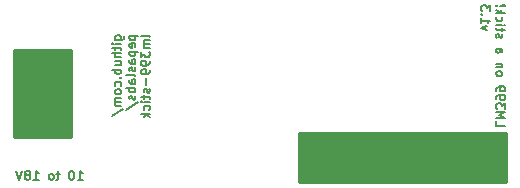
<source format=gbo>
G04 (created by PCBNEW (2013-07-07 BZR 4022)-stable) date Fri 26 Aug 2022 02:56:40 AM CDT*
%MOIN*%
G04 Gerber Fmt 3.4, Leading zero omitted, Abs format*
%FSLAX34Y34*%
G01*
G70*
G90*
G04 APERTURE LIST*
%ADD10C,0.00590551*%
%ADD11C,0.006*%
%ADD12C,0.01*%
G04 APERTURE END LIST*
G54D10*
G54D11*
X81328Y-54399D02*
X81128Y-54328D01*
X81328Y-54257D01*
X81128Y-53985D02*
X81128Y-54157D01*
X81128Y-54071D02*
X81428Y-54071D01*
X81385Y-54099D01*
X81357Y-54128D01*
X81342Y-54157D01*
X81157Y-53857D02*
X81142Y-53842D01*
X81128Y-53857D01*
X81142Y-53871D01*
X81157Y-53857D01*
X81128Y-53857D01*
X81428Y-53742D02*
X81428Y-53557D01*
X81314Y-53657D01*
X81314Y-53614D01*
X81300Y-53585D01*
X81285Y-53571D01*
X81257Y-53557D01*
X81185Y-53557D01*
X81157Y-53571D01*
X81142Y-53585D01*
X81128Y-53614D01*
X81128Y-53700D01*
X81142Y-53728D01*
X81157Y-53742D01*
X67671Y-59371D02*
X67842Y-59371D01*
X67757Y-59371D02*
X67757Y-59071D01*
X67785Y-59114D01*
X67814Y-59142D01*
X67842Y-59157D01*
X67485Y-59071D02*
X67457Y-59071D01*
X67428Y-59085D01*
X67414Y-59100D01*
X67399Y-59128D01*
X67385Y-59185D01*
X67385Y-59257D01*
X67399Y-59314D01*
X67414Y-59342D01*
X67428Y-59357D01*
X67457Y-59371D01*
X67485Y-59371D01*
X67514Y-59357D01*
X67528Y-59342D01*
X67542Y-59314D01*
X67557Y-59257D01*
X67557Y-59185D01*
X67542Y-59128D01*
X67528Y-59100D01*
X67514Y-59085D01*
X67485Y-59071D01*
X67071Y-59171D02*
X66957Y-59171D01*
X67028Y-59071D02*
X67028Y-59328D01*
X67014Y-59357D01*
X66985Y-59371D01*
X66957Y-59371D01*
X66814Y-59371D02*
X66842Y-59357D01*
X66857Y-59342D01*
X66871Y-59314D01*
X66871Y-59228D01*
X66857Y-59200D01*
X66842Y-59185D01*
X66814Y-59171D01*
X66771Y-59171D01*
X66742Y-59185D01*
X66728Y-59200D01*
X66714Y-59228D01*
X66714Y-59314D01*
X66728Y-59342D01*
X66742Y-59357D01*
X66771Y-59371D01*
X66814Y-59371D01*
X66200Y-59371D02*
X66371Y-59371D01*
X66285Y-59371D02*
X66285Y-59071D01*
X66314Y-59114D01*
X66342Y-59142D01*
X66371Y-59157D01*
X66028Y-59200D02*
X66057Y-59185D01*
X66071Y-59171D01*
X66085Y-59142D01*
X66085Y-59128D01*
X66071Y-59100D01*
X66057Y-59085D01*
X66028Y-59071D01*
X65971Y-59071D01*
X65942Y-59085D01*
X65928Y-59100D01*
X65914Y-59128D01*
X65914Y-59142D01*
X65928Y-59171D01*
X65942Y-59185D01*
X65971Y-59200D01*
X66028Y-59200D01*
X66057Y-59214D01*
X66071Y-59228D01*
X66085Y-59257D01*
X66085Y-59314D01*
X66071Y-59342D01*
X66057Y-59357D01*
X66028Y-59371D01*
X65971Y-59371D01*
X65942Y-59357D01*
X65928Y-59342D01*
X65914Y-59314D01*
X65914Y-59257D01*
X65928Y-59228D01*
X65942Y-59214D01*
X65971Y-59200D01*
X65828Y-59071D02*
X65728Y-59371D01*
X65628Y-59071D01*
X81628Y-57428D02*
X81628Y-57571D01*
X81928Y-57571D01*
X81628Y-57328D02*
X81928Y-57328D01*
X81714Y-57228D01*
X81928Y-57128D01*
X81628Y-57128D01*
X81928Y-57014D02*
X81928Y-56828D01*
X81814Y-56928D01*
X81814Y-56885D01*
X81800Y-56857D01*
X81785Y-56842D01*
X81757Y-56828D01*
X81685Y-56828D01*
X81657Y-56842D01*
X81642Y-56857D01*
X81628Y-56885D01*
X81628Y-56971D01*
X81642Y-56999D01*
X81657Y-57014D01*
X81628Y-56685D02*
X81628Y-56628D01*
X81642Y-56599D01*
X81657Y-56585D01*
X81700Y-56557D01*
X81757Y-56542D01*
X81871Y-56542D01*
X81900Y-56557D01*
X81914Y-56571D01*
X81928Y-56599D01*
X81928Y-56657D01*
X81914Y-56685D01*
X81900Y-56699D01*
X81871Y-56714D01*
X81800Y-56714D01*
X81771Y-56699D01*
X81757Y-56685D01*
X81742Y-56657D01*
X81742Y-56599D01*
X81757Y-56571D01*
X81771Y-56557D01*
X81800Y-56542D01*
X81628Y-56400D02*
X81628Y-56342D01*
X81642Y-56314D01*
X81657Y-56300D01*
X81700Y-56271D01*
X81757Y-56257D01*
X81871Y-56257D01*
X81900Y-56271D01*
X81914Y-56285D01*
X81928Y-56314D01*
X81928Y-56371D01*
X81914Y-56400D01*
X81900Y-56414D01*
X81871Y-56428D01*
X81800Y-56428D01*
X81771Y-56414D01*
X81757Y-56400D01*
X81742Y-56371D01*
X81742Y-56314D01*
X81757Y-56285D01*
X81771Y-56271D01*
X81800Y-56257D01*
X81628Y-55857D02*
X81642Y-55885D01*
X81657Y-55900D01*
X81685Y-55914D01*
X81771Y-55914D01*
X81800Y-55900D01*
X81814Y-55885D01*
X81828Y-55857D01*
X81828Y-55814D01*
X81814Y-55785D01*
X81800Y-55771D01*
X81771Y-55757D01*
X81685Y-55757D01*
X81657Y-55771D01*
X81642Y-55785D01*
X81628Y-55814D01*
X81628Y-55857D01*
X81828Y-55628D02*
X81628Y-55628D01*
X81800Y-55628D02*
X81814Y-55614D01*
X81828Y-55585D01*
X81828Y-55542D01*
X81814Y-55514D01*
X81785Y-55500D01*
X81628Y-55500D01*
X81628Y-55000D02*
X81785Y-55000D01*
X81814Y-55014D01*
X81828Y-55042D01*
X81828Y-55100D01*
X81814Y-55128D01*
X81642Y-55000D02*
X81628Y-55028D01*
X81628Y-55100D01*
X81642Y-55128D01*
X81671Y-55142D01*
X81700Y-55142D01*
X81728Y-55128D01*
X81742Y-55100D01*
X81742Y-55028D01*
X81757Y-55000D01*
X81642Y-54642D02*
X81628Y-54614D01*
X81628Y-54557D01*
X81642Y-54528D01*
X81671Y-54514D01*
X81685Y-54514D01*
X81714Y-54528D01*
X81728Y-54557D01*
X81728Y-54600D01*
X81742Y-54628D01*
X81771Y-54642D01*
X81785Y-54642D01*
X81814Y-54628D01*
X81828Y-54600D01*
X81828Y-54557D01*
X81814Y-54528D01*
X81828Y-54428D02*
X81828Y-54314D01*
X81928Y-54385D02*
X81671Y-54385D01*
X81642Y-54371D01*
X81628Y-54342D01*
X81628Y-54314D01*
X81628Y-54214D02*
X81828Y-54214D01*
X81928Y-54214D02*
X81914Y-54228D01*
X81900Y-54214D01*
X81914Y-54200D01*
X81928Y-54214D01*
X81900Y-54214D01*
X81642Y-53942D02*
X81628Y-53971D01*
X81628Y-54028D01*
X81642Y-54057D01*
X81657Y-54071D01*
X81685Y-54085D01*
X81771Y-54085D01*
X81800Y-54071D01*
X81814Y-54057D01*
X81828Y-54028D01*
X81828Y-53971D01*
X81814Y-53942D01*
X81628Y-53814D02*
X81928Y-53814D01*
X81742Y-53785D02*
X81628Y-53700D01*
X81828Y-53700D02*
X81714Y-53814D01*
X81657Y-53571D02*
X81642Y-53557D01*
X81628Y-53571D01*
X81642Y-53585D01*
X81657Y-53571D01*
X81628Y-53571D01*
X81742Y-53571D02*
X81914Y-53585D01*
X81928Y-53571D01*
X81914Y-53557D01*
X81742Y-53571D01*
X81928Y-53571D01*
X68921Y-54700D02*
X69164Y-54700D01*
X69192Y-54685D01*
X69207Y-54671D01*
X69221Y-54642D01*
X69221Y-54600D01*
X69207Y-54571D01*
X69107Y-54700D02*
X69121Y-54671D01*
X69121Y-54614D01*
X69107Y-54585D01*
X69092Y-54571D01*
X69064Y-54557D01*
X68978Y-54557D01*
X68950Y-54571D01*
X68935Y-54585D01*
X68921Y-54614D01*
X68921Y-54671D01*
X68935Y-54700D01*
X69121Y-54842D02*
X68921Y-54842D01*
X68821Y-54842D02*
X68835Y-54828D01*
X68850Y-54842D01*
X68835Y-54857D01*
X68821Y-54842D01*
X68850Y-54842D01*
X68921Y-54942D02*
X68921Y-55057D01*
X68821Y-54985D02*
X69078Y-54985D01*
X69107Y-55000D01*
X69121Y-55028D01*
X69121Y-55057D01*
X69121Y-55157D02*
X68821Y-55157D01*
X69121Y-55285D02*
X68964Y-55285D01*
X68935Y-55271D01*
X68921Y-55242D01*
X68921Y-55200D01*
X68935Y-55171D01*
X68950Y-55157D01*
X68921Y-55557D02*
X69121Y-55557D01*
X68921Y-55428D02*
X69078Y-55428D01*
X69107Y-55442D01*
X69121Y-55471D01*
X69121Y-55514D01*
X69107Y-55542D01*
X69092Y-55557D01*
X69121Y-55700D02*
X68821Y-55700D01*
X68935Y-55700D02*
X68921Y-55728D01*
X68921Y-55785D01*
X68935Y-55814D01*
X68950Y-55828D01*
X68978Y-55842D01*
X69064Y-55842D01*
X69092Y-55828D01*
X69107Y-55814D01*
X69121Y-55785D01*
X69121Y-55728D01*
X69107Y-55700D01*
X69092Y-55971D02*
X69107Y-55985D01*
X69121Y-55971D01*
X69107Y-55957D01*
X69092Y-55971D01*
X69121Y-55971D01*
X69107Y-56242D02*
X69121Y-56214D01*
X69121Y-56157D01*
X69107Y-56128D01*
X69092Y-56114D01*
X69064Y-56100D01*
X68978Y-56100D01*
X68950Y-56114D01*
X68935Y-56128D01*
X68921Y-56157D01*
X68921Y-56214D01*
X68935Y-56242D01*
X69121Y-56414D02*
X69107Y-56385D01*
X69092Y-56371D01*
X69064Y-56357D01*
X68978Y-56357D01*
X68950Y-56371D01*
X68935Y-56385D01*
X68921Y-56414D01*
X68921Y-56457D01*
X68935Y-56485D01*
X68950Y-56500D01*
X68978Y-56514D01*
X69064Y-56514D01*
X69092Y-56500D01*
X69107Y-56485D01*
X69121Y-56457D01*
X69121Y-56414D01*
X69121Y-56642D02*
X68921Y-56642D01*
X68950Y-56642D02*
X68935Y-56657D01*
X68921Y-56685D01*
X68921Y-56728D01*
X68935Y-56757D01*
X68964Y-56771D01*
X69121Y-56771D01*
X68964Y-56771D02*
X68935Y-56785D01*
X68921Y-56814D01*
X68921Y-56857D01*
X68935Y-56885D01*
X68964Y-56900D01*
X69121Y-56900D01*
X68807Y-57257D02*
X69192Y-57000D01*
X69401Y-54571D02*
X69701Y-54571D01*
X69415Y-54571D02*
X69401Y-54600D01*
X69401Y-54657D01*
X69415Y-54685D01*
X69430Y-54700D01*
X69458Y-54714D01*
X69544Y-54714D01*
X69572Y-54700D01*
X69587Y-54685D01*
X69601Y-54657D01*
X69601Y-54600D01*
X69587Y-54571D01*
X69587Y-54957D02*
X69601Y-54928D01*
X69601Y-54871D01*
X69587Y-54842D01*
X69558Y-54828D01*
X69444Y-54828D01*
X69415Y-54842D01*
X69401Y-54871D01*
X69401Y-54928D01*
X69415Y-54957D01*
X69444Y-54971D01*
X69472Y-54971D01*
X69501Y-54828D01*
X69401Y-55100D02*
X69701Y-55100D01*
X69415Y-55100D02*
X69401Y-55128D01*
X69401Y-55185D01*
X69415Y-55214D01*
X69430Y-55228D01*
X69458Y-55242D01*
X69544Y-55242D01*
X69572Y-55228D01*
X69587Y-55214D01*
X69601Y-55185D01*
X69601Y-55128D01*
X69587Y-55100D01*
X69601Y-55500D02*
X69444Y-55500D01*
X69415Y-55485D01*
X69401Y-55457D01*
X69401Y-55400D01*
X69415Y-55371D01*
X69587Y-55500D02*
X69601Y-55471D01*
X69601Y-55400D01*
X69587Y-55371D01*
X69558Y-55357D01*
X69530Y-55357D01*
X69501Y-55371D01*
X69487Y-55400D01*
X69487Y-55471D01*
X69472Y-55500D01*
X69587Y-55628D02*
X69601Y-55657D01*
X69601Y-55714D01*
X69587Y-55742D01*
X69558Y-55757D01*
X69544Y-55757D01*
X69515Y-55742D01*
X69501Y-55714D01*
X69501Y-55671D01*
X69487Y-55642D01*
X69458Y-55628D01*
X69444Y-55628D01*
X69415Y-55642D01*
X69401Y-55671D01*
X69401Y-55714D01*
X69415Y-55742D01*
X69601Y-55928D02*
X69587Y-55900D01*
X69558Y-55885D01*
X69301Y-55885D01*
X69601Y-56171D02*
X69444Y-56171D01*
X69415Y-56157D01*
X69401Y-56128D01*
X69401Y-56071D01*
X69415Y-56042D01*
X69587Y-56171D02*
X69601Y-56142D01*
X69601Y-56071D01*
X69587Y-56042D01*
X69558Y-56028D01*
X69530Y-56028D01*
X69501Y-56042D01*
X69487Y-56071D01*
X69487Y-56142D01*
X69472Y-56171D01*
X69601Y-56314D02*
X69301Y-56314D01*
X69415Y-56314D02*
X69401Y-56342D01*
X69401Y-56400D01*
X69415Y-56428D01*
X69430Y-56442D01*
X69458Y-56457D01*
X69544Y-56457D01*
X69572Y-56442D01*
X69587Y-56428D01*
X69601Y-56400D01*
X69601Y-56342D01*
X69587Y-56314D01*
X69587Y-56571D02*
X69601Y-56600D01*
X69601Y-56657D01*
X69587Y-56685D01*
X69558Y-56700D01*
X69544Y-56700D01*
X69515Y-56685D01*
X69501Y-56657D01*
X69501Y-56614D01*
X69487Y-56585D01*
X69458Y-56571D01*
X69444Y-56571D01*
X69415Y-56585D01*
X69401Y-56614D01*
X69401Y-56657D01*
X69415Y-56685D01*
X69287Y-57042D02*
X69672Y-56785D01*
X70081Y-54614D02*
X70067Y-54585D01*
X70038Y-54571D01*
X69781Y-54571D01*
X70081Y-54728D02*
X69881Y-54728D01*
X69910Y-54728D02*
X69895Y-54742D01*
X69881Y-54771D01*
X69881Y-54814D01*
X69895Y-54842D01*
X69924Y-54857D01*
X70081Y-54857D01*
X69924Y-54857D02*
X69895Y-54871D01*
X69881Y-54900D01*
X69881Y-54942D01*
X69895Y-54971D01*
X69924Y-54985D01*
X70081Y-54985D01*
X69781Y-55100D02*
X69781Y-55285D01*
X69895Y-55185D01*
X69895Y-55228D01*
X69910Y-55257D01*
X69924Y-55271D01*
X69952Y-55285D01*
X70024Y-55285D01*
X70052Y-55271D01*
X70067Y-55257D01*
X70081Y-55228D01*
X70081Y-55142D01*
X70067Y-55114D01*
X70052Y-55100D01*
X70081Y-55428D02*
X70081Y-55485D01*
X70067Y-55514D01*
X70052Y-55528D01*
X70010Y-55557D01*
X69952Y-55571D01*
X69838Y-55571D01*
X69810Y-55557D01*
X69795Y-55542D01*
X69781Y-55514D01*
X69781Y-55457D01*
X69795Y-55428D01*
X69810Y-55414D01*
X69838Y-55400D01*
X69910Y-55400D01*
X69938Y-55414D01*
X69952Y-55428D01*
X69967Y-55457D01*
X69967Y-55514D01*
X69952Y-55542D01*
X69938Y-55557D01*
X69910Y-55571D01*
X70081Y-55714D02*
X70081Y-55771D01*
X70067Y-55800D01*
X70052Y-55814D01*
X70010Y-55842D01*
X69952Y-55857D01*
X69838Y-55857D01*
X69810Y-55842D01*
X69795Y-55828D01*
X69781Y-55800D01*
X69781Y-55742D01*
X69795Y-55714D01*
X69810Y-55700D01*
X69838Y-55685D01*
X69910Y-55685D01*
X69938Y-55700D01*
X69952Y-55714D01*
X69967Y-55742D01*
X69967Y-55800D01*
X69952Y-55828D01*
X69938Y-55842D01*
X69910Y-55857D01*
X69967Y-55985D02*
X69967Y-56214D01*
X70067Y-56342D02*
X70081Y-56371D01*
X70081Y-56428D01*
X70067Y-56457D01*
X70038Y-56471D01*
X70024Y-56471D01*
X69995Y-56457D01*
X69981Y-56428D01*
X69981Y-56385D01*
X69967Y-56357D01*
X69938Y-56342D01*
X69924Y-56342D01*
X69895Y-56357D01*
X69881Y-56385D01*
X69881Y-56428D01*
X69895Y-56457D01*
X69881Y-56557D02*
X69881Y-56671D01*
X69781Y-56600D02*
X70038Y-56600D01*
X70067Y-56614D01*
X70081Y-56642D01*
X70081Y-56671D01*
X70081Y-56771D02*
X69881Y-56771D01*
X69781Y-56771D02*
X69795Y-56757D01*
X69810Y-56771D01*
X69795Y-56785D01*
X69781Y-56771D01*
X69810Y-56771D01*
X70067Y-57042D02*
X70081Y-57014D01*
X70081Y-56957D01*
X70067Y-56928D01*
X70052Y-56914D01*
X70024Y-56900D01*
X69938Y-56900D01*
X69910Y-56914D01*
X69895Y-56928D01*
X69881Y-56957D01*
X69881Y-57014D01*
X69895Y-57042D01*
X70081Y-57171D02*
X69781Y-57171D01*
X69967Y-57200D02*
X70081Y-57285D01*
X69881Y-57285D02*
X69995Y-57171D01*
G54D10*
G36*
X81950Y-59450D02*
X75050Y-59450D01*
X75050Y-57800D01*
X81950Y-57800D01*
X81950Y-59450D01*
X81950Y-59450D01*
G37*
G54D12*
X81950Y-59450D02*
X75050Y-59450D01*
X75050Y-57800D01*
X81950Y-57800D01*
X81950Y-59450D01*
G54D10*
G36*
X67450Y-57950D02*
X65550Y-57950D01*
X65550Y-55050D01*
X67450Y-55050D01*
X67450Y-57950D01*
X67450Y-57950D01*
G37*
G54D12*
X67450Y-57950D02*
X65550Y-57950D01*
X65550Y-55050D01*
X67450Y-55050D01*
X67450Y-57950D01*
M02*

</source>
